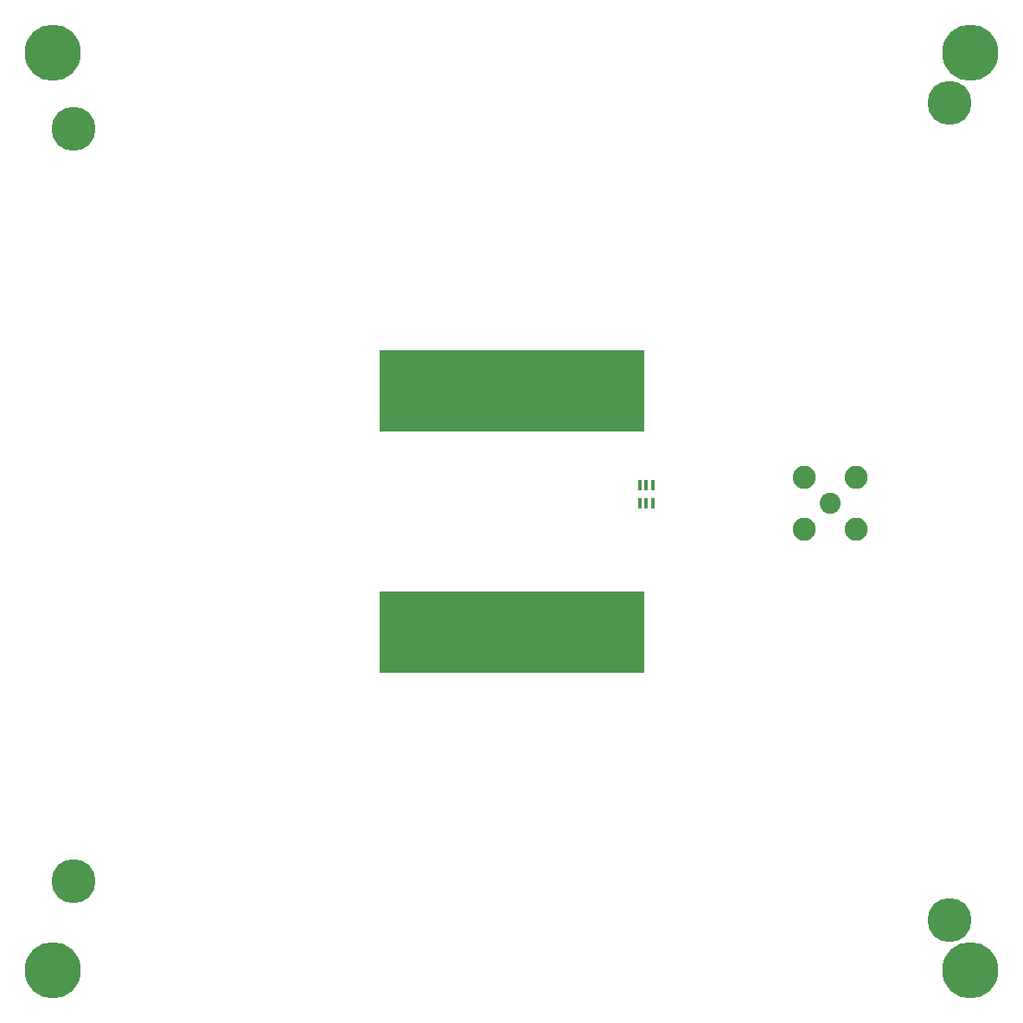
<source format=gbs>
G04 #@! TF.GenerationSoftware,KiCad,Pcbnew,(6.0.5-0)*
G04 #@! TF.CreationDate,2023-03-07T01:44:05-05:00*
G04 #@! TF.ProjectId,antenna-pcb,616e7465-6e6e-4612-9d70-63622e6b6963,3*
G04 #@! TF.SameCoordinates,Original*
G04 #@! TF.FileFunction,Soldermask,Bot*
G04 #@! TF.FilePolarity,Negative*
%FSLAX46Y46*%
G04 Gerber Fmt 4.6, Leading zero omitted, Abs format (unit mm)*
G04 Created by KiCad (PCBNEW (6.0.5-0)) date 2023-03-07 01:44:05*
%MOMM*%
%LPD*%
G01*
G04 APERTURE LIST*
%ADD10C,5.500000*%
%ADD11C,4.300000*%
%ADD12C,2.050000*%
%ADD13C,2.250000*%
%ADD14R,26.000000X8.000000*%
%ADD15R,2.000000X8.000000*%
%ADD16R,0.350000X1.000000*%
G04 APERTURE END LIST*
D10*
G04 #@! TO.C,H4*
X163450000Y-143450000D03*
G04 #@! TD*
D11*
G04 #@! TO.C,H6*
X161364000Y-58495000D03*
G04 #@! TD*
D10*
G04 #@! TO.C,H1*
X73550000Y-53550000D03*
G04 #@! TD*
D11*
G04 #@! TO.C,H8*
X161364000Y-138505000D03*
G04 #@! TD*
G04 #@! TO.C,H7*
X75639000Y-134695000D03*
G04 #@! TD*
G04 #@! TO.C,H5*
X75639000Y-61035000D03*
G04 #@! TD*
D10*
G04 #@! TO.C,H3*
X73550000Y-143450000D03*
G04 #@! TD*
G04 #@! TO.C,H2*
X163450000Y-53550000D03*
G04 #@! TD*
D12*
G04 #@! TO.C,J1*
X149700000Y-97700000D03*
D13*
X147150000Y-95150000D03*
X152250000Y-100250000D03*
X147150000Y-100250000D03*
X152250000Y-95150000D03*
G04 #@! TD*
D14*
G04 #@! TO.C,AE1*
X118500000Y-86700000D03*
D15*
X130500000Y-86700000D03*
D14*
X118500000Y-110300000D03*
D15*
X130500000Y-110300000D03*
G04 #@! TD*
D16*
G04 #@! TO.C,U1*
X132350000Y-97700000D03*
X131700000Y-97700000D03*
X131050000Y-97700000D03*
X131050000Y-95900000D03*
X131700000Y-95900000D03*
X132350000Y-95900000D03*
G04 #@! TD*
M02*

</source>
